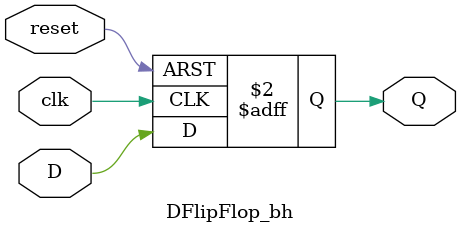
<source format=v>

/*D tipi flip-flop modülünün tanımını başlatır. 
clk, reset, ve D girişleri ile Q çıkışı tanımlanır.*/

module DFlipFlop_bh(
    input wire clk,
    input wire reset,
    input wire D,
    output reg Q //output "reg" Q, due to dynamic nature of "always block"
); 

/*always @(posedge clk or posedge reset) begin, 
clk'nin yükselen kenarında veya reset'in yükselen kenarında tetiklenen bir bloğun başlangıcını belirtir. 
Bu, flip-flop'un davranışının bu iki sinyale duyarlı olduğunu gösterir.*/

//davranışsal dizayn
//posedge - negedge
always @(posedge clk or posedge reset) begin
    // sıfırlama (reset) aktif olduğunda çıkışı (Q) sıfırlar, aksi halde D girişindeki değeri aynen saklar.
    if (reset)
        Q <= 1'b0; 
    else
        Q <= D;
end

endmodule
</source>
